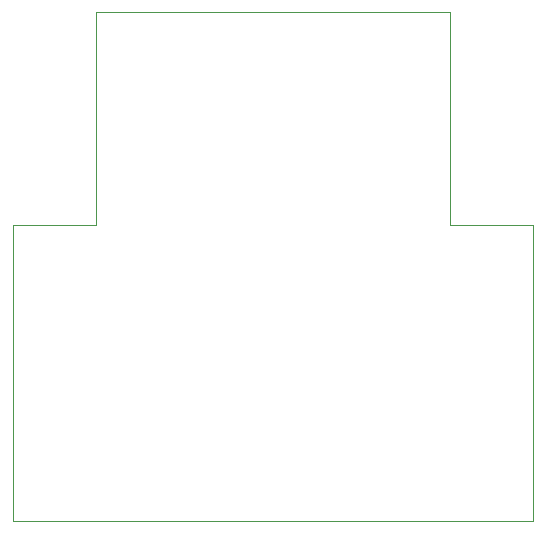
<source format=gbr>
%TF.GenerationSoftware,KiCad,Pcbnew,8.0.1*%
%TF.CreationDate,2024-03-24T23:27:44+02:00*%
%TF.ProjectId,Power Project PCB  v0,506f7765-7220-4507-926f-6a6563742050,rev?*%
%TF.SameCoordinates,Original*%
%TF.FileFunction,Profile,NP*%
%FSLAX46Y46*%
G04 Gerber Fmt 4.6, Leading zero omitted, Abs format (unit mm)*
G04 Created by KiCad (PCBNEW 8.0.1) date 2024-03-24 23:27:44*
%MOMM*%
%LPD*%
G01*
G04 APERTURE LIST*
%TA.AperFunction,Profile*%
%ADD10C,0.050000*%
%TD*%
G04 APERTURE END LIST*
D10*
X113000000Y-67056000D02*
X156972000Y-67056000D01*
X156972000Y-42336000D02*
X156972000Y-41996000D01*
X156972000Y-42336000D02*
X156972000Y-67056000D01*
X113000000Y-42000000D02*
X113000000Y-67056000D01*
X120000000Y-42000000D02*
X120000000Y-24000000D01*
X120000000Y-24000000D02*
X150000000Y-24000000D01*
X120000000Y-42000000D02*
X113000000Y-42000000D01*
X150000000Y-24000000D02*
X150000000Y-42000000D01*
X156972000Y-41996000D02*
X150000000Y-42000000D01*
M02*

</source>
